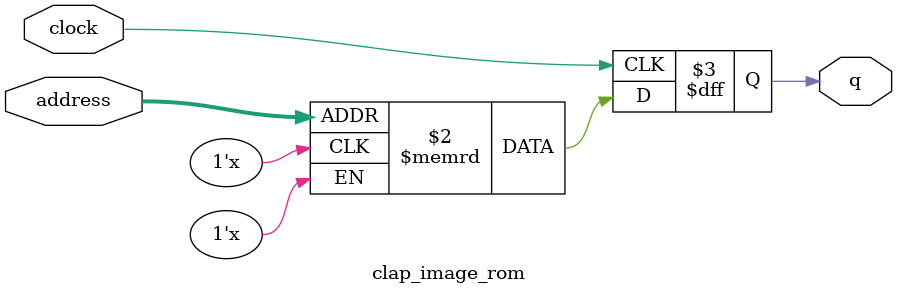
<source format=sv>
module clap_image_rom (
	input logic clock,
	input logic [10:0] address,
	output logic [0:0] q
);

logic [0:0] memory [0:1224] /* synthesis ram_init_file = "./clap_image/clap_image.mif" */;

always_ff @ (posedge clock) begin
	q <= memory[address];
end

endmodule

</source>
